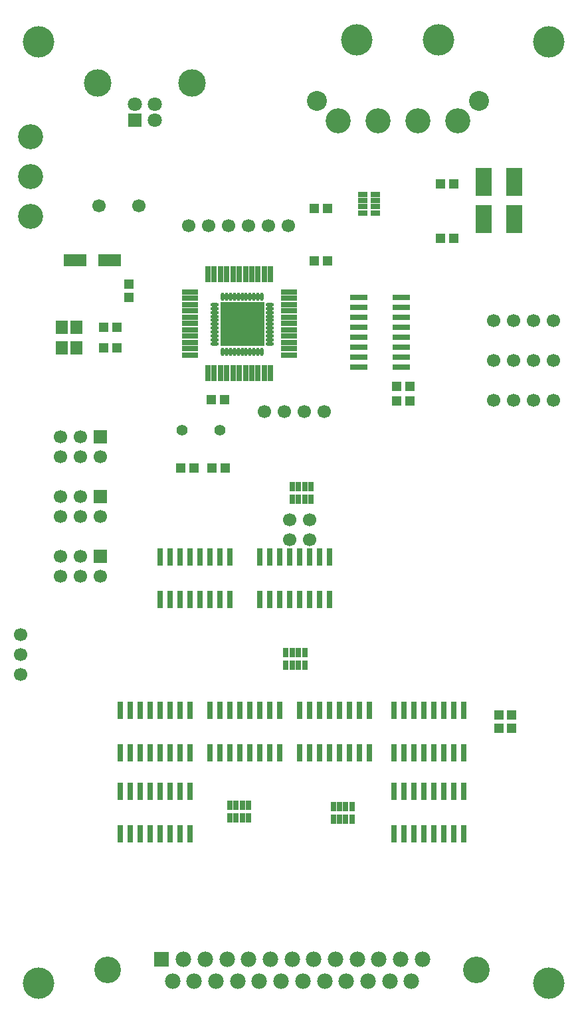
<source format=gbr>
G04 DipTrace 3.0.0.1*
G04 keyboard.TopMask.gbr*
%MOMM*%
G04 #@! TF.FileFunction,Soldermask,Top*
G04 #@! TF.Part,Single*
%ADD50C,4.0*%
%ADD51C,3.4*%
%ADD52C,2.54*%
%ADD61C,1.4192*%
%ADD63C,3.5*%
%ADD65C,1.8*%
%ADD67R,1.8X1.8*%
%ADD69R,5.7X5.7*%
%ADD71O,0.5X1.05*%
%ADD73O,1.05X0.5*%
%ADD75R,1.5X1.7*%
%ADD77R,1.15X0.75*%
%ADD79R,0.75X1.15*%
%ADD81R,1.978X1.978*%
%ADD83C,1.978*%
%ADD85C,3.2*%
%ADD87R,1.7X1.7*%
%ADD89C,1.7*%
%ADD91R,2.1X3.6*%
%ADD93R,2.2X0.8*%
%ADD95R,0.8X2.2*%
%ADD97R,0.7X2.0*%
%ADD99R,2.0X0.7*%
%ADD101R,2.9X1.6*%
%ADD103R,1.2X1.3*%
%ADD105R,1.3X1.2*%
%FSLAX35Y35*%
G04*
G71*
G90*
G75*
G01*
G04 TopMask*
%LPD*%
D105*
X3699750Y8942250D3*
X3869750D3*
X3708000Y8067000D3*
X3878000D3*
X3308000D3*
X3478000D3*
D103*
X2651000Y10413873D3*
Y10243873D3*
D101*
X2408000Y10714000D3*
X1968000D3*
D99*
X3428000Y10310690D3*
Y10230690D3*
Y10150690D3*
Y10070690D3*
Y9990690D3*
Y9910690D3*
Y9830690D3*
Y9750690D3*
Y9670690D3*
Y9590690D3*
Y9510690D3*
D97*
X3658000Y9280690D3*
X3738000D3*
X3818000D3*
X3898000D3*
X3978000D3*
X4058000D3*
X4138000D3*
X4218000D3*
X4298000D3*
X4378000D3*
X4458000D3*
D99*
X4688000Y9510690D3*
Y9590690D3*
Y9670690D3*
Y9750690D3*
Y9830690D3*
Y9910690D3*
Y9990690D3*
Y10070690D3*
Y10150690D3*
Y10230690D3*
Y10310690D3*
D97*
X4458000Y10540690D3*
X4378000D3*
X4298000D3*
X4218000D3*
X4138000D3*
X4058000D3*
X3978000D3*
X3898000D3*
X3818000D3*
X3738000D3*
X3658000D3*
D95*
X2539000Y4436940D3*
X2666000D3*
X2793000D3*
X2920000D3*
X3047000D3*
X3174000D3*
X3301000D3*
X3428000D3*
Y4976940D3*
X3301000D3*
X3174000D3*
X3047000D3*
X2920000D3*
X2793000D3*
X2666000D3*
X2539000D3*
X3046987Y6389863D3*
X3173987D3*
X3300987D3*
X3427987D3*
X3554987D3*
X3681987D3*
X3808987D3*
X3935987D3*
Y6929863D3*
X3808987D3*
X3681987D3*
X3554987D3*
X3427987D3*
X3300987D3*
X3173987D3*
X3046987D3*
X4317000Y6389500D3*
X4444000D3*
X4571000D3*
X4698000D3*
X4825000D3*
X4952000D3*
X5079000D3*
X5206000D3*
Y6929500D3*
X5079000D3*
X4952000D3*
X4825000D3*
X4698000D3*
X4571000D3*
X4444000D3*
X4317000D3*
X3681987Y4437237D3*
X3808987D3*
X3935987D3*
X4062987D3*
X4189987D3*
X4316987D3*
X4443987D3*
X4570987D3*
Y4977237D3*
X4443987D3*
X4316987D3*
X4189987D3*
X4062987D3*
X3935987D3*
X3808987D3*
X3681987D3*
X6031500Y4436940D3*
X6158500D3*
X6285500D3*
X6412500D3*
X6539500D3*
X6666500D3*
X6793500D3*
X6920500D3*
Y4976940D3*
X6793500D3*
X6666500D3*
X6539500D3*
X6412500D3*
X6285500D3*
X6158500D3*
X6031500D3*
X4825000Y4436877D3*
X4952000D3*
X5079000D3*
X5206000D3*
X5333000D3*
X5460000D3*
X5587000D3*
X5714000D3*
Y4976877D3*
X5587000D3*
X5460000D3*
X5333000D3*
X5206000D3*
X5079000D3*
X4952000D3*
X4825000D3*
X3428000Y3945000D3*
X3301000D3*
X3174000D3*
X3047000D3*
X2920000D3*
X2793000D3*
X2666000D3*
X2539000D3*
Y3405000D3*
X2666000D3*
X2793000D3*
X2920000D3*
X3047000D3*
X3174000D3*
X3301000D3*
X3428000D3*
X6920500Y3944750D3*
X6793500D3*
X6666500D3*
X6539500D3*
X6412500D3*
X6285500D3*
X6158500D3*
X6031500D3*
Y3404750D3*
X6158500D3*
X6285500D3*
X6412500D3*
X6539500D3*
X6666500D3*
X6793500D3*
X6920500D3*
D93*
X5580000Y10240000D3*
Y10113000D3*
Y9986000D3*
Y9859000D3*
Y9732000D3*
Y9605000D3*
Y9478000D3*
Y9351000D3*
X6120000D3*
Y9478000D3*
Y9605000D3*
Y9732000D3*
Y9859000D3*
Y9986000D3*
Y10113000D3*
Y10240000D3*
D91*
X7563500Y11720500D3*
X7173500D3*
X7563500Y11240500D3*
X7173500D3*
D105*
X6618873Y11691750D3*
X6788873D3*
X6618873Y10993250D3*
X6788873D3*
X5015500Y11374250D3*
X5185500D3*
X5015500Y10707500D3*
X5185500D3*
X2332523Y9866203D3*
X2502523D3*
X2332523Y9596300D3*
X2502523D3*
D50*
X8000000Y13500000D3*
D51*
X7082900Y1663200D3*
D50*
X1500000Y13500000D3*
D51*
X2378800Y1663200D3*
D50*
X8000000Y1500000D3*
X1500000D3*
X5558000Y13525873D3*
X6598000D3*
D52*
X5045000Y12745873D3*
X7115000D3*
D89*
X2285000Y6691190D3*
X2031000Y6945190D3*
X1777000D3*
D87*
X2285000D3*
D89*
X2031000Y6691190D3*
X1777000D3*
X2285000Y7453190D3*
X2031000Y7707190D3*
X1777000D3*
D87*
X2285000D3*
D89*
X2031000Y7453190D3*
X1777000D3*
D85*
X1396000Y11787000D3*
D83*
X3206857Y1520940D3*
D85*
X1396000Y11279000D3*
D83*
X3483723Y1520940D3*
D89*
X4698000Y7151500D3*
D83*
X3760590Y1520940D3*
D89*
X4698000Y7405500D3*
D83*
X4037423Y1520940D3*
D85*
X5318000Y12491873D3*
X5826000D3*
X6334000D3*
X6842000D3*
D89*
X4952000Y7151500D3*
D83*
X4314290Y1520940D3*
D89*
X4952000Y7405500D3*
D83*
X4591157Y1520940D3*
X4868023D3*
X5144890D3*
X5421723D3*
X5698590D3*
X5975457D3*
X6252323D3*
X6392023Y1805407D3*
X6115157D3*
D89*
X2778000Y11414000D3*
D83*
X5838290Y1805407D3*
D89*
X2270000Y11414000D3*
D81*
X3069690Y1805407D3*
D89*
X3667000Y11160000D3*
D83*
X3346557Y1805407D3*
X3623423D3*
X3900290D3*
X4177123D3*
D89*
X3921000Y11160000D3*
D83*
X4453990Y1805407D3*
D89*
X1269270Y5436143D3*
D83*
X4730857Y1805407D3*
D89*
X1269270Y5690143D3*
D83*
X5007723Y1805407D3*
D89*
X1269270Y5944143D3*
D83*
X5284590Y1805407D3*
D85*
X1396000Y12295000D3*
D83*
X5561423Y1805407D3*
D89*
X4175000Y11160000D3*
X4429000D3*
X4683000D3*
X3413000D3*
D79*
X3937183Y3603773D3*
X4017183D3*
X4097183D3*
X4177183D3*
Y3763773D3*
X4097183D3*
X4017183D3*
X3937183D3*
X4651633Y5556603D3*
X4731633D3*
X4811633D3*
X4891633D3*
Y5716603D3*
X4811633D3*
X4731633D3*
X4651633D3*
X4731017Y7668200D3*
X4811017D3*
X4891017D3*
X4971017D3*
Y7828200D3*
X4891017D3*
X4811017D3*
X4731017D3*
D105*
X6064123Y8921623D3*
X6234123D3*
X6064123Y9112123D3*
X6234123D3*
D77*
X5794753Y11319833D3*
Y11399833D3*
Y11479833D3*
Y11559833D3*
X5634753D3*
Y11479833D3*
Y11399833D3*
Y11319833D3*
D103*
X7366543Y4746893D3*
Y4916893D3*
X7525310Y4746893D3*
Y4916893D3*
D79*
X5254947Y3587897D3*
X5334947D3*
X5414947D3*
X5494947D3*
Y3747897D3*
X5414947D3*
X5334947D3*
X5254947D3*
D75*
X1793200Y9865707D3*
X1983200D3*
X1793200Y9595803D3*
X1983200D3*
D89*
X7301500Y9945500D3*
X7555500D3*
X7809500D3*
X8063500D3*
X7301500Y9437500D3*
X7555500D3*
X7809500D3*
X8063500D3*
X7301500Y8929500D3*
X7555500D3*
X7809500D3*
X8063500D3*
X4380097Y8786653D3*
X4634097D3*
X4888097D3*
X5142097D3*
X2285000Y8215190D3*
X2031000Y8469190D3*
X1777000D3*
D87*
X2285000D3*
D89*
X2031000Y8215190D3*
X1777000D3*
D73*
X3745500Y10151940D3*
Y10101940D3*
Y10051940D3*
Y10001940D3*
Y9951940D3*
Y9901940D3*
Y9851940D3*
Y9801940D3*
Y9751940D3*
Y9701940D3*
Y9651940D3*
D71*
X3845500Y9551940D3*
X3895500D3*
X3945500D3*
X3995500D3*
X4045500D3*
X4095500D3*
X4145500D3*
X4195500D3*
X4245500D3*
X4295500D3*
X4345500D3*
D73*
X4445500Y9651940D3*
Y9701940D3*
Y9751940D3*
Y9801940D3*
Y9851940D3*
Y9901940D3*
Y9951940D3*
Y10001940D3*
Y10051940D3*
Y10101940D3*
Y10151940D3*
D71*
X4345500Y10251940D3*
X4295500D3*
X4245500D3*
X4195500D3*
X4145500D3*
X4095500D3*
X4045500D3*
X3995500D3*
X3945500D3*
X3895500D3*
X3845500D3*
D69*
X4095500Y9901940D3*
D67*
X2729500Y12505500D3*
D65*
X2979500D3*
Y12705500D3*
X2729500D3*
D63*
X3456500Y12976500D3*
X2252500D3*
D61*
X3328000Y8554000D3*
X3810600D3*
M02*

</source>
